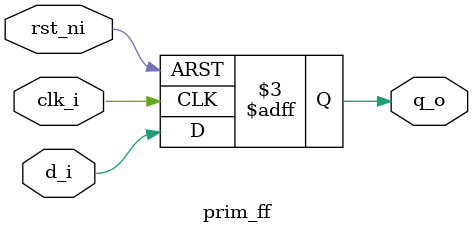
<source format=sv>
module prim_ff #(
  parameter int               Width      = 1,
  parameter logic [Width-1:0] ResetValue = 0
) (
  input  logic clk_i,
  input  logic rst_ni,
  input  logic [Width-1:0] d_i,
  output logic [Width-1:0] q_o
);

  always_ff @(posedge clk_i or negedge rst_ni) begin
    if (~rst_ni) begin
      q_o <= ResetValue;
    end else begin
      q_o <= d_i;
    end
  end

endmodule

</source>
